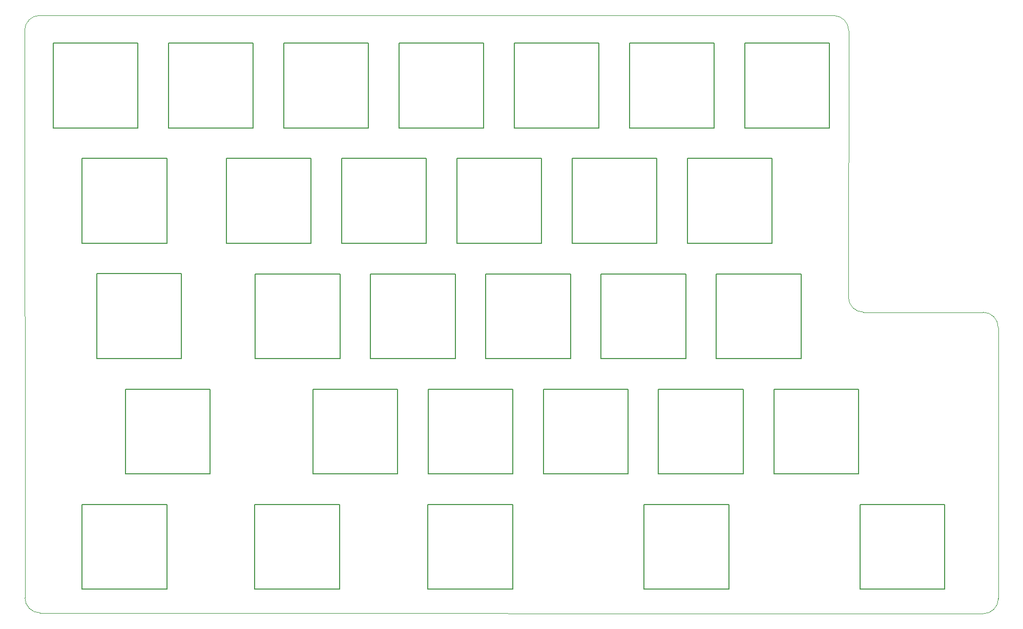
<source format=gbp>
G04 #@! TF.GenerationSoftware,KiCad,Pcbnew,(6.0.7)*
G04 #@! TF.CreationDate,2022-09-08T23:08:07+00:00*
G04 #@! TF.ProjectId,zzsplit-top,7a7a7370-6c69-4742-9d74-6f702e6b6963,rev?*
G04 #@! TF.SameCoordinates,Original*
G04 #@! TF.FileFunction,Paste,Bot*
G04 #@! TF.FilePolarity,Positive*
%FSLAX46Y46*%
G04 Gerber Fmt 4.6, Leading zero omitted, Abs format (unit mm)*
G04 Created by KiCad (PCBNEW (6.0.7)) date 2022-09-08 23:08:07*
%MOMM*%
%LPD*%
G01*
G04 APERTURE LIST*
G04 #@! TA.AperFunction,Profile*
%ADD10C,0.150000*%
G04 #@! TD*
G04 #@! TA.AperFunction,Profile*
%ADD11C,0.100000*%
G04 #@! TD*
G04 APERTURE END LIST*
D10*
X60238729Y-40531602D02*
X74238729Y-40531602D01*
X79288729Y-54531602D02*
X79288729Y-40531602D01*
X121888729Y-59591602D02*
X121888729Y-73591602D01*
X150748729Y-92661602D02*
X164748729Y-92661602D01*
X160248729Y-111711602D02*
X174248729Y-111711602D01*
D11*
X213908649Y-134841609D02*
G75*
G03*
X216428729Y-132331602I10051J2510009D01*
G01*
D10*
X131698729Y-92661602D02*
X131698729Y-78661602D01*
X112338729Y-40531602D02*
X112338729Y-54531602D01*
X141218729Y-97721602D02*
X155218729Y-97721602D01*
X122168729Y-97721602D02*
X136168729Y-97721602D01*
D11*
X191638698Y-82491602D02*
G75*
G03*
X194138729Y-84991602I2500002J2D01*
G01*
D10*
X136438729Y-40531602D02*
X150438729Y-40531602D01*
X93518729Y-116791602D02*
X107518729Y-116791602D01*
X136438729Y-54531602D02*
X150438729Y-54531602D01*
X122168729Y-111721602D02*
X122168729Y-97721602D01*
X102838729Y-59591602D02*
X102838729Y-73591602D01*
X157878729Y-130771602D02*
X157878729Y-116771602D01*
X107518729Y-116791602D02*
X107518729Y-130791602D01*
X140938729Y-59591602D02*
X140938729Y-73591602D01*
D11*
X191697436Y-38465843D02*
X191638729Y-82491602D01*
D10*
X93288729Y-40531602D02*
X93288729Y-54531602D01*
X65008729Y-130801602D02*
X65008729Y-116801602D01*
X93518729Y-130791602D02*
X107518729Y-130791602D01*
X171878729Y-116771602D02*
X171878729Y-130771602D01*
X98338729Y-40531602D02*
X112338729Y-40531602D01*
X165038729Y-59591602D02*
X179038729Y-59591602D01*
X88838729Y-73591602D02*
X102838729Y-73591602D01*
X64998729Y-73571602D02*
X64998729Y-59571602D01*
X169488729Y-40531602D02*
X169488729Y-54531602D01*
X131388729Y-40531602D02*
X131388729Y-54531602D01*
X136438729Y-54531602D02*
X136438729Y-40531602D01*
X160248729Y-111711602D02*
X160248729Y-97711602D01*
X155218729Y-97721602D02*
X155218729Y-111721602D01*
X145988729Y-59591602D02*
X159988729Y-59591602D01*
X157878729Y-116771602D02*
X171878729Y-116771602D01*
X117388729Y-54531602D02*
X117388729Y-40531602D01*
X98338729Y-54531602D02*
X112338729Y-54531602D01*
X81398729Y-78631602D02*
X81398729Y-92631602D01*
X93598729Y-78661602D02*
X107598729Y-78661602D01*
X122158729Y-116781602D02*
X136158729Y-116781602D01*
X93598729Y-92661602D02*
X107598729Y-92661602D01*
X79008729Y-116801602D02*
X79008729Y-130801602D01*
X193588729Y-116781602D02*
X207588729Y-116781602D01*
X171878729Y-116771602D02*
X171878729Y-130771602D01*
D11*
X216408729Y-87561602D02*
X216438729Y-132331602D01*
D10*
X65008729Y-130801602D02*
X79008729Y-130801602D01*
X169798729Y-92661602D02*
X183798729Y-92661602D01*
X155488729Y-40531602D02*
X169488729Y-40531602D01*
X160248729Y-97711602D02*
X174248729Y-97711602D01*
D11*
X57998729Y-35941629D02*
G75*
G03*
X55498729Y-38441602I-29J-2499971D01*
G01*
D10*
X60238729Y-54531602D02*
X60238729Y-40531602D01*
X74238729Y-40531602D02*
X74238729Y-54531602D01*
X183798729Y-78661602D02*
X183798729Y-92661602D01*
X165038729Y-73591602D02*
X165038729Y-59591602D01*
X117388729Y-40531602D02*
X131388729Y-40531602D01*
X141218729Y-111721602D02*
X155218729Y-111721602D01*
X65008729Y-116801602D02*
X79008729Y-116801602D01*
X145988729Y-73591602D02*
X145988729Y-59591602D01*
X131698729Y-92661602D02*
X145698729Y-92661602D01*
X60238729Y-54531602D02*
X74238729Y-54531602D01*
X164748729Y-78661602D02*
X164748729Y-92661602D01*
X150748729Y-92661602D02*
X150748729Y-78661602D01*
X136168729Y-97721602D02*
X136168729Y-111721602D01*
X157878729Y-130771602D02*
X171878729Y-130771602D01*
X193588729Y-130781602D02*
X207588729Y-130781602D01*
D11*
X55538698Y-132201602D02*
G75*
G03*
X58038729Y-134701602I2500002J2D01*
G01*
D10*
X193318729Y-97721602D02*
X193318729Y-111721602D01*
X126938729Y-73591602D02*
X140938729Y-73591602D01*
X107888729Y-73591602D02*
X121888729Y-73591602D01*
X67398729Y-92631602D02*
X81398729Y-92631602D01*
D11*
X213908649Y-134841582D02*
X58038729Y-134701602D01*
D10*
X112648729Y-78661602D02*
X126648729Y-78661602D01*
X72158729Y-97751602D02*
X86158729Y-97751602D01*
X141218729Y-111721602D02*
X141218729Y-97721602D01*
X136158729Y-116781602D02*
X136158729Y-130781602D01*
X155488729Y-54531602D02*
X169488729Y-54531602D01*
X122158729Y-130781602D02*
X122158729Y-116781602D01*
X126938729Y-73591602D02*
X126938729Y-59591602D01*
X112648729Y-92661602D02*
X112648729Y-78661602D01*
X93518729Y-130791602D02*
X93518729Y-116791602D01*
X88838729Y-73591602D02*
X88838729Y-59591602D01*
X67398729Y-78631602D02*
X81398729Y-78631602D01*
X131698729Y-78661602D02*
X145698729Y-78661602D01*
X117388729Y-54531602D02*
X131388729Y-54531602D01*
X179318729Y-111721602D02*
X193318729Y-111721602D01*
X207588729Y-116781602D02*
X207588729Y-130781602D01*
X145988729Y-73591602D02*
X159988729Y-73591602D01*
X107598729Y-78661602D02*
X107598729Y-92661602D01*
X122168729Y-111721602D02*
X136168729Y-111721602D01*
X103118729Y-111721602D02*
X117118729Y-111721602D01*
X122158729Y-130781602D02*
X136158729Y-130781602D01*
X98338729Y-54531602D02*
X98338729Y-40531602D01*
X103118729Y-97721602D02*
X117118729Y-97721602D01*
D11*
X216398732Y-87571602D02*
G75*
G03*
X213918710Y-85011603I-2482732J76102D01*
G01*
D10*
X72158729Y-111751602D02*
X72158729Y-97751602D01*
D11*
X57998729Y-35941602D02*
X189207417Y-35965844D01*
D10*
X174538729Y-54531602D02*
X188538729Y-54531602D01*
X88838729Y-59591602D02*
X102838729Y-59591602D01*
X78998729Y-59571602D02*
X78998729Y-73571602D01*
D11*
X194108710Y-85001603D02*
X213918710Y-85011603D01*
D10*
X174538729Y-40531602D02*
X188538729Y-40531602D01*
X179318729Y-111721602D02*
X179318729Y-97721602D01*
X64998729Y-59571602D02*
X78998729Y-59571602D01*
D11*
X55498729Y-38441602D02*
X55538729Y-132201602D01*
D10*
X174538729Y-54531602D02*
X174538729Y-40531602D01*
X86158729Y-97751602D02*
X86158729Y-111751602D01*
X64998729Y-73571602D02*
X78998729Y-73571602D01*
X107888729Y-73591602D02*
X107888729Y-59591602D01*
X79288729Y-54531602D02*
X93288729Y-54531602D01*
X67398729Y-92631602D02*
X67398729Y-78631602D01*
X145698729Y-78661602D02*
X145698729Y-92661602D01*
X179038729Y-59591602D02*
X179038729Y-73591602D01*
X150748729Y-78661602D02*
X164748729Y-78661602D01*
X169798729Y-78661602D02*
X183798729Y-78661602D01*
X188538729Y-40531602D02*
X188538729Y-54531602D01*
X126648729Y-78661602D02*
X126648729Y-92661602D01*
X103118729Y-111721602D02*
X103118729Y-97721602D01*
D11*
X191697476Y-38465843D02*
G75*
G03*
X189207417Y-35965844I-2500076J-57D01*
G01*
D10*
X193588729Y-130781602D02*
X193588729Y-116781602D01*
X159988729Y-59591602D02*
X159988729Y-73591602D01*
X165038729Y-73591602D02*
X179038729Y-73591602D01*
X72158729Y-111751602D02*
X86158729Y-111751602D01*
X157878729Y-130771602D02*
X171878729Y-130771602D01*
X79288729Y-40531602D02*
X93288729Y-40531602D01*
X155488729Y-54531602D02*
X155488729Y-40531602D01*
X169798729Y-92661602D02*
X169798729Y-78661602D01*
X93598729Y-92661602D02*
X93598729Y-78661602D01*
X179318729Y-97721602D02*
X193318729Y-97721602D01*
X112648729Y-92661602D02*
X126648729Y-92661602D01*
X150438729Y-40531602D02*
X150438729Y-54531602D01*
X126938729Y-59591602D02*
X140938729Y-59591602D01*
X157878729Y-130771602D02*
X157878729Y-116771602D01*
X157878729Y-116771602D02*
X171878729Y-116771602D01*
X174248729Y-97711602D02*
X174248729Y-111711602D01*
X117118729Y-97721602D02*
X117118729Y-111721602D01*
X107888729Y-59591602D02*
X121888729Y-59591602D01*
M02*

</source>
